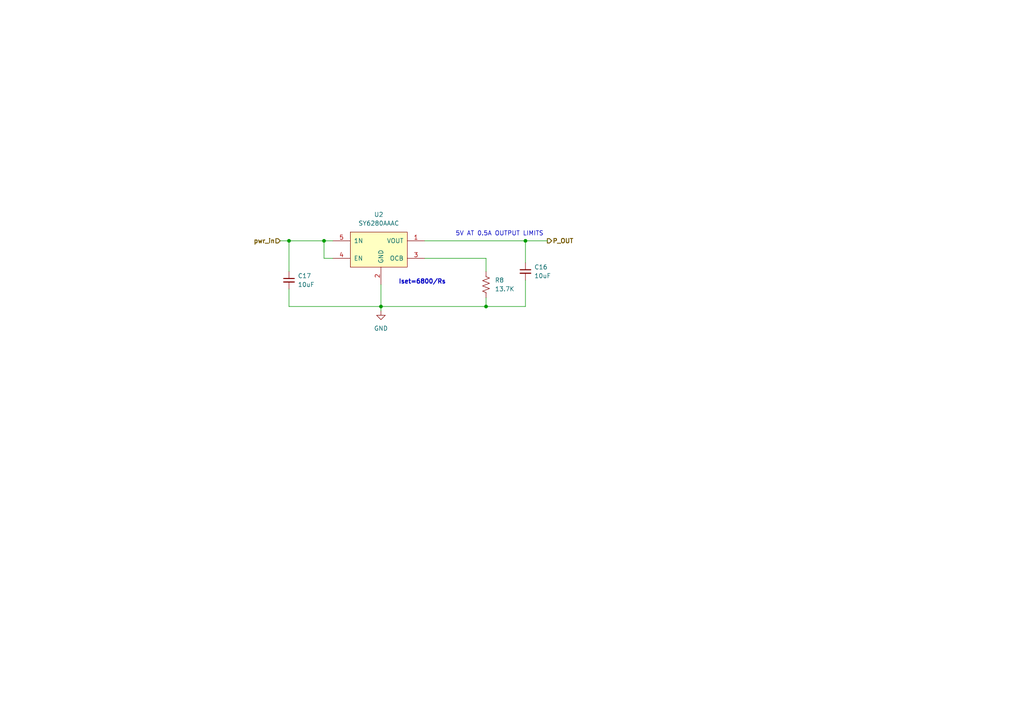
<source format=kicad_sch>
(kicad_sch (version 20211123) (generator eeschema)
  (paper "A4")
  (title_block (title "USB EXTENDER") (date "2022-04-17") (rev "1.0") (comment 2 "Reviewed by:") (comment 3 "Designed by: Robert M M") (comment 4 "USB EXTENDER"))
  (lib_symbols
    (symbol "Device:C_Small" (pin_numbers hide) (pin_names (offset 0.254) hide)
      (property "Reference" "C" (at 0.254 1.778 0))
      (property "Value" "C_Small" (at 0.254 -2.032 0))
      (symbol "C_Small_0_1"
        (polyline (pts (xy -1.524 -0.508) (xy 1.524 -0.508)) (stroke (width 0.3302)))
        (polyline (pts (xy -1.524 0.508) (xy 1.524 0.508)) (stroke (width 0.3048)))
      )
      (symbol "C_Small_1_1"
        (pin passive line (at 0 2.54 270) (length 2.032) (name "~") (number "1"))
        (pin passive line (at 0 -2.54 90) (length 2.032) (name "~") (number "2"))
      )
    )
    (symbol "Device:R_US" (pin_numbers hide) (pin_names (offset 0))
      (property "Reference" "R" (at 2.54 0 90))
      (property "Value" "R_US" (at -2.54 0 90))
      (symbol "R_US_0_1"
        (polyline (pts (xy 0 -2.286) (xy 0 -2.54)))
        (polyline (pts (xy 0 2.286) (xy 0 2.54)))
        (polyline (pts (xy 0 -0.762) (xy 1.016 -1.143) (xy 0 -1.524) (xy -1.016 -1.905) (xy 0 -2.286)))
        (polyline (pts (xy 0 0.762) (xy 1.016 0.381) (xy 0 0) (xy -1.016 -0.381) (xy 0 -0.762)))
        (polyline (pts (xy 0 2.286) (xy 1.016 1.905) (xy 0 1.524) (xy -1.016 1.143) (xy 0 0.762)))
      )
      (symbol "R_US_1_1"
        (pin passive line (at 0 3.81 270) (length 1.27) (name "~") (number "1"))
        (pin passive line (at 0 -3.81 90) (length 1.27) (name "~") (number "2"))
      )
    )
    (symbol "GCL_Integrated-Circuits:SY6280AAAC" (pin_names (offset 1.016))
      (property "Reference" "U" (at 8.89 2.54 0))
      (property "Value" "SY6280AAAC" (at 7.62 0 0))
      (symbol "SY6280AAAC_0_1"
        (rectangle (start 0 -1.27) (end 16.51 -11.43) (stroke (width 0.1524)) (fill (type background)))
      )
      (symbol "SY6280AAAC_1_1"
        (pin input line (at 21.59 -3.81 180) (length 5.08) (name "VOUT") (number "1"))
        (pin power_in line (at 8.89 -16.51 90) (length 5.08) (name "GND") (number "2"))
        (pin input line (at 21.59 -8.89 180) (length 5.08) (name "OCB") (number "3"))
        (pin input line (at -5.08 -8.89 0) (length 5.08) (name "EN") (number "4"))
        (pin input line (at -5.08 -3.81 0) (length 5.08) (name "1N") (number "5"))
      )
    )
    (symbol "power:GND" (power) (pin_names (offset 0))
      (property "Value" "GND" (at 0 -3.81 0))
      (symbol "GND_0_1"
        (polyline (pts (xy 0 0) (xy 0 -1.27) (xy 1.27 -1.27) (xy 0 -2.54) (xy -1.27 -1.27) (xy 0 -1.27)))
      )
      (symbol "GND_1_1"
        (pin power_in line (at 0 0 270) (length 0) hide (name "GND") (number "1"))
      )
    )
  )
  (junction (at 93.98 69.85))
  (junction (at 152.4 69.85))
  (junction (at 110.49 88.9))
  (junction (at 140.97 88.9))
  (junction (at 83.82 69.85))
  (wire (pts (xy 110.49 88.9) (xy 110.49 82.55)))
  (wire (pts (xy 96.52 74.93) (xy 93.98 74.93)))
  (wire (pts (xy 123.19 74.93) (xy 140.97 74.93)))
  (wire (pts (xy 110.49 88.9) (xy 110.49 90.17)))
  (wire (pts (xy 93.98 69.85) (xy 93.98 74.93)))
  (wire (pts (xy 152.4 69.85) (xy 158.75 69.85)))
  (wire (pts (xy 123.19 69.85) (xy 152.4 69.85)))
  (wire (pts (xy 81.28 69.85) (xy 83.82 69.85)))
  (wire (pts (xy 83.82 88.9) (xy 110.49 88.9)))
  (wire (pts (xy 140.97 74.93) (xy 140.97 78.74)))
  (wire (pts (xy 140.97 88.9) (xy 110.49 88.9)))
  (wire (pts (xy 140.97 86.36) (xy 140.97 88.9)))
  (wire (pts (xy 152.4 88.9) (xy 140.97 88.9)))
  (wire (pts (xy 152.4 69.85) (xy 152.4 76.2)))
  (wire (pts (xy 83.82 83.82) (xy 83.82 88.9)))
  (wire (pts (xy 83.82 69.85) (xy 83.82 78.74)))
  (wire (pts (xy 152.4 81.28) (xy 152.4 88.9)))
  (wire (pts (xy 93.98 69.85) (xy 96.52 69.85)))
  (wire (pts (xy 83.82 69.85) (xy 93.98 69.85)))
  (text "Iset=6800/Rs\n" (at 115.57 82.55 0) (effects (font (size 1.27 1.27) bold) (justify left bottom)))
  (text "5V AT 0.5A OUTPUT LIMITS" (at 132.08 68.58 0) (effects (font (size 1.27 1.27)) (justify left bottom)))
  (hierarchical_label "P_OUT" (shape output) (at 158.75 69.85 0) (effects (font bold)))
  (hierarchical_label "pwr_in" (shape input) (at 81.28 69.85 180) (effects (font bold)))
  (symbol (lib_id "Device:C_Small") (at 152.4 78.74 0)
    (property "Reference" "C16" (at 154.94 77.4762 0) (effects (justify left)))
    (property "Value" "10uF" (at 154.94 80.0162 0) (effects (justify left)))
    (property "Footprint" "Capacitor_SMD:C_0402_1005Metric" (effects hide))
  )
  (symbol (lib_id "power:GND") (at 110.49 90.17 0)
    (property "Reference" "#PWR081" (effects hide))
    (property "Value" "GND" (at 110.49 95.25 0))
  )
  (symbol (lib_id "Device:C_Small") (at 83.82 81.28 0)
    (property "Reference" "C17" (at 86.36 80.0162 0) (effects (justify left)))
    (property "Value" "10uF" (at 86.36 82.5562 0) (effects (justify left)))
    (property "Footprint" "Capacitor_SMD:C_0402_1005Metric" (effects hide))
  )
  (symbol (lib_id "GCL_Integrated-Circuits:SY6280AAAC") (at 101.6 66.04 0)
    (property "Reference" "U2" (at 109.855 62.23 0))
    (property "Value" "SY6280AAAC" (at 109.855 64.77 0))
    (property "Footprint" "Package_TO_SOT_SMD:SOT-23-5" (effects hide))
    (property "Datasheet" "https://lcsc.com/product-detail/Power-Distribution-Switches_Silergy-Corp-SY6280AAAC_C207620.html" (effects hide))
  )
  (symbol (lib_id "Device:R_US") (at 140.97 82.55 0)
    (property "Reference" "R8" (at 143.51 81.2799 0) (effects (justify left)))
    (property "Value" "13.7K" (at 143.51 83.8199 0) (effects (justify left)))
    (property "Footprint" "Resistor_SMD:R_0402_1005Metric" (effects hide))
  )
)
</source>
